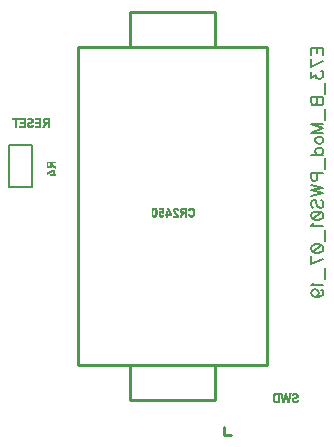
<source format=gbr>
G04 DipTrace 3.2.0.1*
G04 BottomSilk.gbr*
%MOIN*%
G04 #@! TF.FileFunction,Legend,Bot*
G04 #@! TF.Part,Single*
%ADD10C,0.009843*%
%ADD14C,0.001969*%
%ADD19C,0.007874*%
%ADD52C,0.006176*%
%FSLAX26Y26*%
G04*
G70*
G90*
G75*
G01*
G04 BotSilk*
%LPD*%
X194737Y-1019026D2*
D10*
X169966Y-1019048D1*
X169379Y-1018848D2*
X169365Y-994074D1*
X314961Y272911D2*
X-314961D1*
Y-786171D1*
X314961D1*
Y272911D1*
X141732Y390909D2*
Y272766D1*
X-141732Y390909D2*
Y272766D1*
X141732Y390909D2*
X-141732D1*
X141732Y-784577D2*
Y-902720D1*
X-141732Y-784577D2*
Y-902720D1*
X141732D2*
X-141732D1*
X-545562Y-52152D2*
D19*
X-470193D1*
Y-192785D1*
X-545562D1*
Y-52152D1*
X339609Y-879896D2*
D14*
X353388D1*
X358310D2*
X362247D1*
X374058D2*
X377010D1*
X388822D2*
X392759D1*
X402601D2*
X410475D1*
X337871Y-880880D2*
X353388D1*
X358646D2*
X362284D1*
X374020D2*
X377163D1*
X388784D2*
X392422D1*
X400871D2*
X412213D1*
X336441Y-881864D2*
X353388D1*
X358943D2*
X362410D1*
X373894D2*
X377407D1*
X388658D2*
X392129D1*
X399326D2*
X413643D1*
X335398Y-882848D2*
X353388D1*
X359164D2*
X362646D1*
X373654D2*
X377665D1*
X388422D2*
X391939D1*
X398529D2*
X414682D1*
X334636Y-883833D2*
X340790D1*
X349451D2*
X353388D1*
X359386D2*
X362903D1*
X373367D2*
X377872D1*
X388166D2*
X391808D1*
X398416D2*
X403585D1*
X409294D2*
X415410D1*
X334028Y-884817D2*
X339269D1*
X349451D2*
X353388D1*
X359665D2*
X363109D1*
X373070D2*
X378089D1*
X387959D2*
X391639D1*
X398664D2*
X400633D1*
X410815D2*
X415892D1*
X333524Y-885801D2*
X338119D1*
X349451D2*
X353388D1*
X359939D2*
X363326D1*
X372743D2*
X378367D1*
X387743D2*
X391385D1*
X411961D2*
X416161D1*
X333142Y-886785D2*
X337245D1*
X349451D2*
X353388D1*
X360152D2*
X363603D1*
X372445D2*
X378640D1*
X387465D2*
X391122D1*
X412823D2*
X416290D1*
X332915Y-887770D2*
X336941D1*
X349451D2*
X353388D1*
X360371D2*
X363876D1*
X372222D2*
X378853D1*
X387196D2*
X390913D1*
X413076D2*
X416345D1*
X332801Y-888754D2*
X336777D1*
X349451D2*
X353388D1*
X360650D2*
X364089D1*
X371998D2*
X379072D1*
X387013D2*
X390696D1*
X412934D2*
X416364D1*
X332751Y-889738D2*
X336703D1*
X349451D2*
X353388D1*
X360924D2*
X364308D1*
X371718D2*
X379351D1*
X386885D2*
X390418D1*
X412422D2*
X416334D1*
X332731Y-890722D2*
X336673D1*
X349451D2*
X353388D1*
X361137D2*
X364587D1*
X371444D2*
X374054D1*
X375837D2*
X379624D1*
X386717D2*
X390145D1*
X410981D2*
X416173D1*
X332723Y-891707D2*
X336662D1*
X349451D2*
X353388D1*
X361356D2*
X364857D1*
X371231D2*
X374019D1*
X376447D2*
X379837D1*
X386464D2*
X389932D1*
X408716D2*
X415770D1*
X332721Y-892691D2*
X336658D1*
X349451D2*
X353388D1*
X361634D2*
X365039D1*
X371012D2*
X373894D1*
X376902D2*
X380057D1*
X386201D2*
X389713D1*
X405849D2*
X415069D1*
X332720Y-893675D2*
X336657D1*
X349451D2*
X353388D1*
X361908D2*
X365167D1*
X370733D2*
X373658D1*
X377298D2*
X380335D1*
X385992D2*
X389434D1*
X403068D2*
X413970D1*
X332719Y-894659D2*
X336656D1*
X349451D2*
X353388D1*
X362121D2*
X365335D1*
X370460D2*
X373402D1*
X377623D2*
X380609D1*
X385775D2*
X389160D1*
X400885D2*
X412210D1*
X332719Y-895644D2*
X336656D1*
X349451D2*
X353388D1*
X362340D2*
X365589D1*
X370247D2*
X373196D1*
X377857D2*
X380822D1*
X385497D2*
X388947D1*
X399359D2*
X409651D1*
X332719Y-896628D2*
X336656D1*
X349451D2*
X353388D1*
X362618D2*
X365852D1*
X370027D2*
X372979D1*
X378084D2*
X381041D1*
X385227D2*
X388728D1*
X398335D2*
X406698D1*
X332719Y-897612D2*
X336656D1*
X349451D2*
X353388D1*
X362892D2*
X366060D1*
X369749D2*
X372698D1*
X378365D2*
X381327D1*
X385041D2*
X388450D1*
X397634D2*
X404076D1*
X332719Y-898596D2*
X336656D1*
X349451D2*
X353388D1*
X363105D2*
X366282D1*
X369475D2*
X372393D1*
X378640D2*
X381672D1*
X384872D2*
X388176D1*
X397170D2*
X402197D1*
X332723Y-899581D2*
X336660D1*
X349451D2*
X353388D1*
X363324D2*
X366597D1*
X369260D2*
X372090D1*
X378853D2*
X382155D1*
X384641D2*
X387963D1*
X396910D2*
X400831D1*
X332758Y-900565D2*
X336698D1*
X349451D2*
X353388D1*
X363603D2*
X367021D1*
X369013D2*
X371760D1*
X379072D2*
X382927D1*
X383863D2*
X387744D1*
X396784D2*
X400278D1*
X332887Y-901549D2*
X336866D1*
X349451D2*
X353388D1*
X363872D2*
X367551D1*
X368633D2*
X371461D1*
X379354D2*
X387466D1*
X396734D2*
X400243D1*
X333157Y-902533D2*
X337185D1*
X349451D2*
X353388D1*
X364055D2*
X371238D1*
X379659D2*
X387192D1*
X396750D2*
X400563D1*
X333539Y-903518D2*
X338104D1*
X349451D2*
X353388D1*
X364183D2*
X371014D1*
X379963D2*
X386979D1*
X396906D2*
X401386D1*
X415396D2*
X416381D1*
X333989Y-904502D2*
X340800D1*
X349451D2*
X353388D1*
X364351D2*
X370734D1*
X380292D2*
X386760D1*
X397303D2*
X403919D1*
X411997D2*
X416907D1*
X334534Y-905486D2*
X345099D1*
X349451D2*
X353388D1*
X364604D2*
X370460D1*
X380591D2*
X386481D1*
X397961D2*
X407775D1*
X407621D2*
X417587D1*
X335311Y-906470D2*
X353388D1*
X364863D2*
X370244D1*
X380818D2*
X386211D1*
X398860D2*
X418349D1*
X336467Y-907455D2*
X353388D1*
X365038D2*
X369998D1*
X381068D2*
X386032D1*
X400079D2*
X416200D1*
X337963Y-908439D2*
X353388D1*
X365136D2*
X369617D1*
X381451D2*
X385933D1*
X401707D2*
X413886D1*
X339609Y-909423D2*
X353388D1*
X365199D2*
X369136D1*
X381932D2*
X385869D1*
X403585D2*
X411459D1*
X-420827Y-107924D2*
X-391299D1*
X-420827Y-108908D2*
X-391299D1*
X-420827Y-109892D2*
X-391299D1*
X-420827Y-110877D2*
X-391299D1*
X-420827Y-111861D2*
X-417874D1*
X-408031D2*
X-404094D1*
X-420827Y-112845D2*
X-417874D1*
X-408031D2*
X-404094D1*
X-420827Y-113829D2*
X-417874D1*
X-408031D2*
X-404094D1*
X-420827Y-114814D2*
X-417874D1*
X-408031D2*
X-404091D1*
X-420827Y-115798D2*
X-417874D1*
X-408031D2*
X-404048D1*
X-420827Y-116782D2*
X-417874D1*
X-408031D2*
X-403945D1*
X-420827Y-117766D2*
X-417874D1*
X-408031D2*
X-403447D1*
X-420827Y-118751D2*
X-417870D1*
X-408035D2*
X-402272D1*
X-420827Y-119735D2*
X-417828D1*
X-408078D2*
X-400766D1*
X-420823Y-120719D2*
X-417724D1*
X-408181D2*
X-399019D1*
X-420784Y-121703D2*
X-417180D1*
X-408725D2*
X-397154D1*
X-420621Y-122688D2*
X-415495D1*
X-410410D2*
X-395299D1*
X-420221Y-123672D2*
X-412995D1*
X-412910D2*
X-404930D1*
X-402126D2*
X-393673D1*
X-419569Y-124656D2*
X-405708D1*
X-400161D2*
X-392325D1*
X-418746Y-125640D2*
X-406587D1*
X-398230D2*
X-391799D1*
X-417833Y-126625D2*
X-407720D1*
X-396414D2*
X-391513D1*
X-416890Y-127609D2*
X-409016D1*
X-394782D2*
X-391378D1*
X-393268Y-128593D2*
X-391299D1*
X-401142Y-135483D2*
X-396220D1*
X-403110Y-136467D2*
X-396220D1*
X-405079Y-137451D2*
X-396220D1*
X-407051Y-138436D2*
X-396220D1*
X-409054Y-139420D2*
X-396220D1*
X-411148Y-140404D2*
X-402278D1*
X-399173D2*
X-396220D1*
X-413349Y-141388D2*
X-404491D1*
X-399173D2*
X-396220D1*
X-415527Y-142373D2*
X-406714D1*
X-399173D2*
X-396220D1*
X-417465Y-143357D2*
X-408855D1*
X-399173D2*
X-396220D1*
X-418961Y-144341D2*
X-410915D1*
X-399173D2*
X-396220D1*
X-420090Y-145325D2*
X-412925D1*
X-399173D2*
X-396220D1*
X-420474Y-146310D2*
X-414911D1*
X-399173D2*
X-396220D1*
X-420689Y-147294D2*
X-416886D1*
X-399173D2*
X-396220D1*
X-420827Y-148278D2*
X-418858D1*
X-409016D2*
X-391299D1*
X-409016Y-149262D2*
X-391299D1*
X-409016Y-150247D2*
X-391299D1*
X-409016Y-151231D2*
X-391299D1*
X-409016Y-152215D2*
X-391299D1*
X-399173Y-153199D2*
X-396220D1*
X-399173Y-154184D2*
X-396220D1*
X-65945Y-262150D2*
X-60039D1*
X-46260D2*
X-31496D1*
X-19685D2*
X-15748D1*
X4921D2*
X11811D1*
X29528D2*
X44291D1*
X58071D2*
X63976D1*
X-67380Y-263134D2*
X-58605D1*
X-46260D2*
X-31496D1*
X-19311D2*
X-15374D1*
X3639D2*
X13212D1*
X28093D2*
X44291D1*
X56333D2*
X65865D1*
X-68608Y-264118D2*
X-57376D1*
X-46260D2*
X-31496D1*
X-18888D2*
X-14951D1*
X2650D2*
X14349D1*
X26864D2*
X44291D1*
X54900D2*
X67380D1*
X-69572Y-265102D2*
X-56413D1*
X-46260D2*
X-31496D1*
X-18431D2*
X-14494D1*
X1907D2*
X15202D1*
X25897D2*
X44291D1*
X53825D2*
X68522D1*
X-70328Y-266087D2*
X-64726D1*
X-61258D2*
X-55657D1*
X-35433D2*
X-31496D1*
X-17953D2*
X-14020D1*
X1306D2*
X7125D1*
X10481D2*
X15834D1*
X25214D2*
X30861D1*
X40354D2*
X44291D1*
X52972D2*
X59252D1*
X62795D2*
X69358D1*
X-70605Y-267071D2*
X-66121D1*
X-59863D2*
X-55342D1*
X-35433D2*
X-31496D1*
X-17467D2*
X-13565D1*
X808D2*
X5729D1*
X11792D2*
X16275D1*
X24731D2*
X29584D1*
X40354D2*
X44291D1*
X52254D2*
X57730D1*
X64320D2*
X69978D1*
X-70755Y-268055D2*
X-67194D1*
X-58790D2*
X-55066D1*
X-35433D2*
X-31496D1*
X-16977D2*
X-13169D1*
X461D2*
X4656D1*
X12833D2*
X16543D1*
X24325D2*
X28689D1*
X40354D2*
X44291D1*
X51730D2*
X56567D1*
X65505D2*
X70414D1*
X-70822Y-269039D2*
X-67567D1*
X-58417D2*
X-54762D1*
X-35437D2*
X-31496D1*
X-16486D2*
X-12820D1*
X271D2*
X4234D1*
X13780D2*
X16732D1*
X24004D2*
X28018D1*
X40354D2*
X44291D1*
X51408D2*
X55752D1*
X66375D2*
X70697D1*
X-70850Y-270024D2*
X-67767D1*
X-58217D2*
X-54482D1*
X-35474D2*
X-31496D1*
X-15994D2*
X-12438D1*
X463D2*
X4229D1*
X23838D2*
X27819D1*
X40354D2*
X44291D1*
X51181D2*
X55118D1*
X67012D2*
X70944D1*
X-70860Y-271008D2*
X-67856D1*
X-58128D2*
X-54300D1*
X-35627D2*
X-31496D1*
X-15502D2*
X-12007D1*
X717D2*
X4427D1*
X23861D2*
X27745D1*
X40354D2*
X44291D1*
X67452D2*
X71232D1*
X-70864Y-271992D2*
X-67892D1*
X-58092D2*
X-54205D1*
X-42323D2*
X-37402D1*
X-35963D2*
X-31496D1*
X-15009D2*
X-11545D1*
X1002D2*
X4776D1*
X24055D2*
X27992D1*
X40354D2*
X44291D1*
X67704D2*
X71506D1*
X-70866Y-272976D2*
X-67906D1*
X-58078D2*
X-54162D1*
X-43724D2*
X-31496D1*
X-14518D2*
X-11065D1*
X1361D2*
X5210D1*
X24327D2*
X28651D1*
X40354D2*
X44291D1*
X67826D2*
X71685D1*
X-70866Y-273961D2*
X-67911D1*
X-58073D2*
X-54144D1*
X-44861D2*
X-31496D1*
X-22638D2*
X-19685D1*
X-14029D2*
X-10578D1*
X1812D2*
X5712D1*
X24656D2*
X31244D1*
X40354D2*
X44291D1*
X67880D2*
X71780D1*
X-70866Y-274945D2*
X-67913D1*
X-58072D2*
X-54138D1*
X-45714D2*
X-31496D1*
X-22638D2*
X-19685D1*
X-13568D2*
X-10087D1*
X2365D2*
X6320D1*
X25148D2*
X35691D1*
X40354D2*
X44291D1*
X67901D2*
X71822D1*
X-70866Y-275929D2*
X-67913D1*
X-58071D2*
X-54135D1*
X-46345D2*
X-41301D1*
X-37583D2*
X-31496D1*
X-22638D2*
X-19685D1*
X-13170D2*
X-9597D1*
X2989D2*
X7045D1*
X25871D2*
X44291D1*
X67909D2*
X71840D1*
X-70866Y-276913D2*
X-67913D1*
X-58071D2*
X-54134D1*
X-46784D2*
X-42155D1*
X-35959D2*
X-31496D1*
X-22638D2*
X-19685D1*
X-12820D2*
X-9104D1*
X3621D2*
X7792D1*
X26795D2*
X44291D1*
X67912D2*
X71847D1*
X-70866Y-277898D2*
X-67913D1*
X-58071D2*
X-54134D1*
X-47035D2*
X-42865D1*
X-34449D2*
X-31496D1*
X-22638D2*
X-19685D1*
X-12438D2*
X-8613D1*
X4298D2*
X8491D1*
X27754D2*
X44291D1*
X67913D2*
X71849D1*
X-70866Y-278882D2*
X-67913D1*
X-58071D2*
X-54134D1*
X-47157D2*
X-43433D1*
X-22638D2*
X-19685D1*
X-12007D2*
X-8120D1*
X5056D2*
X9202D1*
X28596D2*
X44291D1*
X67913D2*
X71846D1*
X-70866Y-279866D2*
X-67913D1*
X-58071D2*
X-54134D1*
X-47210D2*
X-43846D1*
X-22638D2*
X-19685D1*
X-11542D2*
X-7628D1*
X5815D2*
X10003D1*
X28800D2*
X33621D1*
X40354D2*
X44291D1*
X67909D2*
X71812D1*
X-70866Y-280850D2*
X-67913D1*
X-58071D2*
X-54138D1*
X-47232D2*
X-44083D1*
X-22638D2*
X-19685D1*
X-11036D2*
X-7139D1*
X6519D2*
X10859D1*
X28529D2*
X32915D1*
X40354D2*
X44291D1*
X67875D2*
X71686D1*
X-70866Y-281835D2*
X-67913D1*
X-58071D2*
X-54172D1*
X-47240D2*
X-44168D1*
X-22638D2*
X-19685D1*
X-10467D2*
X-6683D1*
X7229D2*
X11675D1*
X28075D2*
X32315D1*
X40354D2*
X44291D1*
X67746D2*
X71451D1*
X-70866Y-282819D2*
X-67910D1*
X-58075D2*
X-54298D1*
X-47243D2*
X-44090D1*
X-22638D2*
X-19685D1*
X-9843D2*
X-6319D1*
X8000D2*
X12406D1*
X27499D2*
X31773D1*
X40354D2*
X44291D1*
X67471D2*
X71195D1*
X-70866Y-283803D2*
X-67867D1*
X-58117D2*
X-54533D1*
X-47240D2*
X-43837D1*
X-24606D2*
X-6098D1*
X8765D2*
X13127D1*
X26919D2*
X31262D1*
X40354D2*
X44291D1*
X51181D2*
X55118D1*
X67051D2*
X70988D1*
X-70862Y-284787D2*
X-67763D1*
X-58221D2*
X-54790D1*
X-47205D2*
X-43417D1*
X-34449D2*
X-31496D1*
X-24606D2*
X-5986D1*
X9471D2*
X13903D1*
X26374D2*
X30762D1*
X40354D2*
X44291D1*
X51371D2*
X55701D1*
X66430D2*
X70768D1*
X-70824Y-285772D2*
X-67219D1*
X-58765D2*
X-55000D1*
X-47076D2*
X-42877D1*
X-35097D2*
X-31652D1*
X-24606D2*
X-5935D1*
X10185D2*
X14666D1*
X25855D2*
X30268D1*
X40354D2*
X44291D1*
X51745D2*
X56477D1*
X65608D2*
X70452D1*
X-70660Y-286756D2*
X-65535D1*
X-60450D2*
X-55255D1*
X-46802D2*
X-41574D1*
X-36808D2*
X-31934D1*
X-24606D2*
X-5906D1*
X10990D2*
X15334D1*
X25352D2*
X29774D1*
X40354D2*
X44291D1*
X52278D2*
X58322D1*
X63742D2*
X70018D1*
X-70257Y-287740D2*
X-63035D1*
X-62950D2*
X-55700D1*
X-46382D2*
X-39679D1*
X-39321D2*
X-32357D1*
X-22638D2*
X-19685D1*
X11876D2*
X15885D1*
X24855D2*
X29282D1*
X40354D2*
X44291D1*
X52905D2*
X60917D1*
X61136D2*
X69433D1*
X-69567Y-288724D2*
X-56407D1*
X-45773D2*
X-32966D1*
X-22638D2*
X-19685D1*
X0D2*
X16291D1*
X24358D2*
X28792D1*
X40354D2*
X44291D1*
X53731D2*
X68612D1*
X-68592Y-289709D2*
X-57389D1*
X-44879D2*
X-33861D1*
X-22638D2*
X-19685D1*
X0D2*
X16530D1*
X23839D2*
X28326D1*
X40354D2*
X44291D1*
X54912D2*
X67442D1*
X-67343Y-290693D2*
X-58640D1*
X-43683D2*
X-35057D1*
X-22638D2*
X-19685D1*
X0D2*
X16654D1*
X23265D2*
X27916D1*
X40354D2*
X44291D1*
X56418D2*
X65838D1*
X-65945Y-291677D2*
X-60039D1*
X-42323D2*
X-36417D1*
X-22638D2*
X-19685D1*
X0D2*
X16732D1*
X22638D2*
X27559D1*
X40354D2*
X44291D1*
X58071D2*
X63976D1*
X-534787Y37290D2*
X-515102D1*
X-512150D2*
X-493449D1*
X-480654D2*
X-472780D1*
X-459984D2*
X-441283D1*
X-427504D2*
X-412740D1*
X-534787Y36306D2*
X-515102D1*
X-512150D2*
X-493449D1*
X-482383D2*
X-471042D1*
X-459984D2*
X-441283D1*
X-428939D2*
X-412740D1*
X-534787Y35322D2*
X-515102D1*
X-512150D2*
X-493449D1*
X-483928D2*
X-469612D1*
X-459984D2*
X-441283D1*
X-430167D2*
X-412740D1*
X-534787Y34337D2*
X-515102D1*
X-512150D2*
X-493449D1*
X-484726D2*
X-468573D1*
X-459984D2*
X-441283D1*
X-431134D2*
X-412740D1*
X-526913Y33353D2*
X-523961D1*
X-497386D2*
X-493449D1*
X-484838D2*
X-479669D1*
X-473961D2*
X-467845D1*
X-445220D2*
X-441283D1*
X-431817D2*
X-426170D1*
X-416677D2*
X-412740D1*
X-526913Y32369D2*
X-523961D1*
X-497386D2*
X-493449D1*
X-484591D2*
X-482622D1*
X-472440D2*
X-467363D1*
X-445220D2*
X-441283D1*
X-432301D2*
X-427448D1*
X-416677D2*
X-412740D1*
X-526913Y31385D2*
X-523961D1*
X-497386D2*
X-493449D1*
X-471293D2*
X-467094D1*
X-445220D2*
X-441283D1*
X-432707D2*
X-428343D1*
X-416677D2*
X-412740D1*
X-526913Y30400D2*
X-523961D1*
X-497386D2*
X-493449D1*
X-470431D2*
X-466965D1*
X-445220D2*
X-441283D1*
X-433028D2*
X-429014D1*
X-416677D2*
X-412740D1*
X-526913Y29416D2*
X-523961D1*
X-497386D2*
X-493449D1*
X-470178D2*
X-466909D1*
X-445220D2*
X-441283D1*
X-433194D2*
X-429212D1*
X-416677D2*
X-412740D1*
X-526913Y28432D2*
X-523961D1*
X-497386D2*
X-493449D1*
X-470321D2*
X-466891D1*
X-445220D2*
X-441283D1*
X-433170D2*
X-429286D1*
X-416677D2*
X-412740D1*
X-526913Y27448D2*
X-523961D1*
X-497386D2*
X-493449D1*
X-470833D2*
X-466921D1*
X-445220D2*
X-441283D1*
X-432976D2*
X-429040D1*
X-416677D2*
X-412740D1*
X-526913Y26463D2*
X-523961D1*
X-497386D2*
X-493449D1*
X-472274D2*
X-467082D1*
X-445220D2*
X-441283D1*
X-432704D2*
X-428380D1*
X-416677D2*
X-412740D1*
X-526913Y25479D2*
X-523961D1*
X-497386D2*
X-493449D1*
X-474538D2*
X-467484D1*
X-445220D2*
X-441283D1*
X-432376D2*
X-425787D1*
X-416677D2*
X-412740D1*
X-526913Y24495D2*
X-523961D1*
X-497386D2*
X-493449D1*
X-477406D2*
X-468186D1*
X-445220D2*
X-441283D1*
X-431884D2*
X-421340D1*
X-416677D2*
X-412740D1*
X-526913Y23510D2*
X-523961D1*
X-510181D2*
X-493449D1*
X-480186D2*
X-469285D1*
X-458016D2*
X-441283D1*
X-431160D2*
X-412740D1*
X-526913Y22526D2*
X-523961D1*
X-510181D2*
X-493449D1*
X-482370D2*
X-471045D1*
X-458016D2*
X-441283D1*
X-430236D2*
X-412740D1*
X-526913Y21542D2*
X-523961D1*
X-510181D2*
X-493449D1*
X-483896D2*
X-473604D1*
X-458016D2*
X-441283D1*
X-429278D2*
X-412740D1*
X-526913Y20558D2*
X-523961D1*
X-510181D2*
X-493449D1*
X-484920D2*
X-476557D1*
X-458016D2*
X-441283D1*
X-428435D2*
X-412740D1*
X-526913Y19573D2*
X-523961D1*
X-497386D2*
X-493449D1*
X-485620D2*
X-479179D1*
X-445220D2*
X-441283D1*
X-428232D2*
X-423411D1*
X-416677D2*
X-412740D1*
X-526913Y18589D2*
X-523961D1*
X-497386D2*
X-493449D1*
X-486085D2*
X-481058D1*
X-445220D2*
X-441283D1*
X-428503D2*
X-424117D1*
X-416677D2*
X-412740D1*
X-526913Y17605D2*
X-523961D1*
X-497386D2*
X-493449D1*
X-486345D2*
X-482424D1*
X-445220D2*
X-441283D1*
X-428957D2*
X-424717D1*
X-416677D2*
X-412740D1*
X-526913Y16621D2*
X-523961D1*
X-497386D2*
X-493449D1*
X-486470D2*
X-482976D1*
X-445220D2*
X-441283D1*
X-429533D2*
X-425258D1*
X-416677D2*
X-412740D1*
X-526913Y15636D2*
X-523961D1*
X-497386D2*
X-493449D1*
X-486521D2*
X-483012D1*
X-445220D2*
X-441283D1*
X-430113D2*
X-425769D1*
X-416677D2*
X-412740D1*
X-526913Y14652D2*
X-523961D1*
X-497386D2*
X-493449D1*
X-486504D2*
X-482691D1*
X-445220D2*
X-441283D1*
X-430657D2*
X-426270D1*
X-416677D2*
X-412740D1*
X-526913Y13668D2*
X-523961D1*
X-497386D2*
X-493449D1*
X-486348D2*
X-481868D1*
X-467858D2*
X-466874D1*
X-445220D2*
X-441283D1*
X-431177D2*
X-426764D1*
X-416677D2*
X-412740D1*
X-526913Y12684D2*
X-523961D1*
X-497386D2*
X-493449D1*
X-485952D2*
X-479336D1*
X-471258D2*
X-466348D1*
X-445220D2*
X-441283D1*
X-431680D2*
X-427258D1*
X-416677D2*
X-412740D1*
X-526913Y11699D2*
X-523961D1*
X-497386D2*
X-493449D1*
X-485293D2*
X-475479D1*
X-475633D2*
X-465668D1*
X-445220D2*
X-441283D1*
X-432177D2*
X-427749D1*
X-416677D2*
X-412740D1*
X-526913Y10715D2*
X-523961D1*
X-512150D2*
X-493449D1*
X-484395D2*
X-464906D1*
X-459984D2*
X-441283D1*
X-432673D2*
X-428239D1*
X-416677D2*
X-412740D1*
X-526913Y9731D2*
X-523961D1*
X-512150D2*
X-493449D1*
X-483176D2*
X-467055D1*
X-459984D2*
X-441283D1*
X-433192D2*
X-428705D1*
X-416677D2*
X-412740D1*
X-526913Y8747D2*
X-523961D1*
X-512150D2*
X-493449D1*
X-481547D2*
X-469369D1*
X-459984D2*
X-441283D1*
X-433767D2*
X-429115D1*
X-416677D2*
X-412740D1*
X-526913Y7762D2*
X-523961D1*
X-512150D2*
X-493449D1*
X-479669D2*
X-471795D1*
X-459984D2*
X-441283D1*
X-434394D2*
X-429472D1*
X-416677D2*
X-412740D1*
X339609Y-879896D2*
X337871Y-880880D1*
X336441Y-881864D1*
X335398Y-882848D1*
X334636Y-883833D1*
X334028Y-884817D1*
X333524Y-885801D1*
X333142Y-886785D1*
X332915Y-887770D1*
X332801Y-888754D1*
X332751Y-889738D1*
X332731Y-890722D1*
X332723Y-891707D1*
X332721Y-892691D1*
X332720Y-893675D1*
X332719Y-894659D1*
Y-895644D1*
Y-896628D1*
Y-897612D1*
Y-898596D1*
X332723Y-899581D1*
X332758Y-900565D1*
X332887Y-901549D1*
X333157Y-902533D1*
X333539Y-903518D1*
X333989Y-904502D1*
X334534Y-905486D1*
X335311Y-906470D1*
X336467Y-907455D1*
X337963Y-908439D1*
X339609Y-909423D1*
X353388Y-879896D2*
Y-880880D1*
Y-881864D1*
Y-882848D1*
Y-883833D1*
Y-884817D1*
Y-885801D1*
Y-886785D1*
Y-887770D1*
Y-888754D1*
Y-889738D1*
Y-890722D1*
Y-891707D1*
Y-892691D1*
Y-893675D1*
Y-894659D1*
Y-895644D1*
Y-896628D1*
Y-897612D1*
Y-898596D1*
Y-899581D1*
Y-900565D1*
Y-901549D1*
Y-902533D1*
Y-903518D1*
Y-904502D1*
Y-905486D1*
Y-906470D1*
Y-907455D1*
Y-908439D1*
Y-909423D1*
X358310Y-879896D2*
X358646Y-880880D1*
X358943Y-881864D1*
X359164Y-882848D1*
X359386Y-883833D1*
X359665Y-884817D1*
X359939Y-885801D1*
X360152Y-886785D1*
X360371Y-887770D1*
X360650Y-888754D1*
X360924Y-889738D1*
X361137Y-890722D1*
X361356Y-891707D1*
X361634Y-892691D1*
X361908Y-893675D1*
X362121Y-894659D1*
X362340Y-895644D1*
X362618Y-896628D1*
X362892Y-897612D1*
X363105Y-898596D1*
X363324Y-899581D1*
X363603Y-900565D1*
X363872Y-901549D1*
X364055Y-902533D1*
X364183Y-903518D1*
X364351Y-904502D1*
X364604Y-905486D1*
X364863Y-906470D1*
X365038Y-907455D1*
X365136Y-908439D1*
X365199Y-909423D1*
X362247Y-879896D2*
X362284Y-880880D1*
X362410Y-881864D1*
X362646Y-882848D1*
X362903Y-883833D1*
X363109Y-884817D1*
X363326Y-885801D1*
X363603Y-886785D1*
X363876Y-887770D1*
X364089Y-888754D1*
X364308Y-889738D1*
X364587Y-890722D1*
X364857Y-891707D1*
X365039Y-892691D1*
X365167Y-893675D1*
X365335Y-894659D1*
X365589Y-895644D1*
X365852Y-896628D1*
X366060Y-897612D1*
X366282Y-898596D1*
X366597Y-899581D1*
X367021Y-900565D1*
X367551Y-901549D1*
X368152Y-902533D1*
X374058Y-879896D2*
X374020Y-880880D1*
X373894Y-881864D1*
X373654Y-882848D1*
X373367Y-883833D1*
X373070Y-884817D1*
X372743Y-885801D1*
X372445Y-886785D1*
X372222Y-887770D1*
X371998Y-888754D1*
X371718Y-889738D1*
X371444Y-890722D1*
X371231Y-891707D1*
X371012Y-892691D1*
X370733Y-893675D1*
X370460Y-894659D1*
X370247Y-895644D1*
X370027Y-896628D1*
X369749Y-897612D1*
X369475Y-898596D1*
X369260Y-899581D1*
X369013Y-900565D1*
X368633Y-901549D1*
X368152Y-902533D1*
X377010Y-879896D2*
X377163Y-880880D1*
X377407Y-881864D1*
X377665Y-882848D1*
X377872Y-883833D1*
X378089Y-884817D1*
X378367Y-885801D1*
X378640Y-886785D1*
X378853Y-887770D1*
X379072Y-888754D1*
X379351Y-889738D1*
X379624Y-890722D1*
X379837Y-891707D1*
X380057Y-892691D1*
X380335Y-893675D1*
X380609Y-894659D1*
X380822Y-895644D1*
X381041Y-896628D1*
X381327Y-897612D1*
X381672Y-898596D1*
X382155Y-899581D1*
X382927Y-900565D1*
X383900Y-901549D1*
X388822Y-879896D2*
X388784Y-880880D1*
X388658Y-881864D1*
X388422Y-882848D1*
X388166Y-883833D1*
X387959Y-884817D1*
X387743Y-885801D1*
X387465Y-886785D1*
X387196Y-887770D1*
X387013Y-888754D1*
X386885Y-889738D1*
X386717Y-890722D1*
X386464Y-891707D1*
X386201Y-892691D1*
X385992Y-893675D1*
X385775Y-894659D1*
X385497Y-895644D1*
X385227Y-896628D1*
X385041Y-897612D1*
X384872Y-898596D1*
X384641Y-899581D1*
X383863Y-900565D1*
X382916Y-901549D1*
X392759Y-879896D2*
X392422Y-880880D1*
X392129Y-881864D1*
X391939Y-882848D1*
X391808Y-883833D1*
X391639Y-884817D1*
X391385Y-885801D1*
X391122Y-886785D1*
X390913Y-887770D1*
X390696Y-888754D1*
X390418Y-889738D1*
X390145Y-890722D1*
X389932Y-891707D1*
X389713Y-892691D1*
X389434Y-893675D1*
X389160Y-894659D1*
X388947Y-895644D1*
X388728Y-896628D1*
X388450Y-897612D1*
X388176Y-898596D1*
X387963Y-899581D1*
X387744Y-900565D1*
X387466Y-901549D1*
X387192Y-902533D1*
X386979Y-903518D1*
X386760Y-904502D1*
X386481Y-905486D1*
X386211Y-906470D1*
X386032Y-907455D1*
X385933Y-908439D1*
X385869Y-909423D1*
X402601Y-879896D2*
X400871Y-880880D1*
X399326Y-881864D1*
X398529Y-882848D1*
X398416Y-883833D1*
X398664Y-884817D1*
X410475Y-879896D2*
X412213Y-880880D1*
X413643Y-881864D1*
X414682Y-882848D1*
X415410Y-883833D1*
X415892Y-884817D1*
X416161Y-885801D1*
X416290Y-886785D1*
X416345Y-887770D1*
X416364Y-888754D1*
X416334Y-889738D1*
X416173Y-890722D1*
X415770Y-891707D1*
X415069Y-892691D1*
X413970Y-893675D1*
X412210Y-894659D1*
X409651Y-895644D1*
X406698Y-896628D1*
X404076Y-897612D1*
X402197Y-898596D1*
X400831Y-899581D1*
X400278Y-900565D1*
X400243Y-901549D1*
X400563Y-902533D1*
X401386Y-903518D1*
X403919Y-904502D1*
X407775Y-905486D1*
X412444Y-906470D1*
X342562Y-882848D2*
X340790Y-883833D1*
X339269Y-884817D1*
X338119Y-885801D1*
X337245Y-886785D1*
X336941Y-887770D1*
X336777Y-888754D1*
X336703Y-889738D1*
X336673Y-890722D1*
X336662Y-891707D1*
X336658Y-892691D1*
X336657Y-893675D1*
X336656Y-894659D1*
Y-895644D1*
Y-896628D1*
Y-897612D1*
Y-898596D1*
X336660Y-899581D1*
X336698Y-900565D1*
X336866Y-901549D1*
X337185Y-902533D1*
X338104Y-903518D1*
X340800Y-904502D1*
X345099Y-905486D1*
X350436Y-906470D1*
X349451Y-882848D2*
Y-883833D1*
Y-884817D1*
Y-885801D1*
Y-886785D1*
Y-887770D1*
Y-888754D1*
Y-889738D1*
Y-890722D1*
Y-891707D1*
Y-892691D1*
Y-893675D1*
Y-894659D1*
Y-895644D1*
Y-896628D1*
Y-897612D1*
Y-898596D1*
Y-899581D1*
Y-900565D1*
Y-901549D1*
Y-902533D1*
Y-903518D1*
Y-904502D1*
Y-905486D1*
X341577Y-906470D1*
X406538Y-882848D2*
X403585Y-883833D1*
X400633Y-884817D1*
X407522Y-882848D2*
X409294Y-883833D1*
X410815Y-884817D1*
X411961Y-885801D1*
X412823Y-886785D1*
X413076Y-887770D1*
X412934Y-888754D1*
X412422Y-889738D1*
X410981Y-890722D1*
X408716Y-891707D1*
X405849Y-892691D1*
X403068Y-893675D1*
X400885Y-894659D1*
X399359Y-895644D1*
X398335Y-896628D1*
X397634Y-897612D1*
X397170Y-898596D1*
X396910Y-899581D1*
X396784Y-900565D1*
X396734Y-901549D1*
X396750Y-902533D1*
X396906Y-903518D1*
X397303Y-904502D1*
X397961Y-905486D1*
X398860Y-906470D1*
X400079Y-907455D1*
X401707Y-908439D1*
X403585Y-909423D1*
X374058Y-889738D2*
X374054Y-890722D1*
X374019Y-891707D1*
X373894Y-892691D1*
X373658Y-893675D1*
X373402Y-894659D1*
X373196Y-895644D1*
X372979Y-896628D1*
X372698Y-897612D1*
X372393Y-898596D1*
X372090Y-899581D1*
X371760Y-900565D1*
X371461Y-901549D1*
X371238Y-902533D1*
X371014Y-903518D1*
X370734Y-904502D1*
X370460Y-905486D1*
X370244Y-906470D1*
X369998Y-907455D1*
X369617Y-908439D1*
X369136Y-909423D1*
X375042Y-889738D2*
X375837Y-890722D1*
X376447Y-891707D1*
X376902Y-892691D1*
X377298Y-893675D1*
X377623Y-894659D1*
X377857Y-895644D1*
X378084Y-896628D1*
X378365Y-897612D1*
X378640Y-898596D1*
X378853Y-899581D1*
X379072Y-900565D1*
X379354Y-901549D1*
X379659Y-902533D1*
X379963Y-903518D1*
X380292Y-904502D1*
X380591Y-905486D1*
X380818Y-906470D1*
X381068Y-907455D1*
X381451Y-908439D1*
X381932Y-909423D1*
X415396Y-903518D2*
X411997Y-904502D1*
X407621Y-905486D1*
X402601Y-906470D1*
X416381Y-903518D2*
X416907Y-904502D1*
X417587Y-905486D1*
X418349Y-906470D1*
X416200Y-907455D1*
X413886Y-908439D1*
X411459Y-909423D1*
X-420827Y-107924D2*
Y-108908D1*
Y-109892D1*
Y-110877D1*
Y-111861D1*
Y-112845D1*
Y-113829D1*
Y-114814D1*
Y-115798D1*
Y-116782D1*
Y-117766D1*
Y-118751D1*
Y-119735D1*
X-420823Y-120719D1*
X-420784Y-121703D1*
X-420621Y-122688D1*
X-420221Y-123672D1*
X-419569Y-124656D1*
X-418746Y-125640D1*
X-417833Y-126625D1*
X-416890Y-127609D1*
X-391299Y-107924D2*
Y-108908D1*
Y-109892D1*
Y-110877D1*
X-417874D2*
Y-111861D1*
Y-112845D1*
Y-113829D1*
Y-114814D1*
Y-115798D1*
Y-116782D1*
Y-117766D1*
X-417870Y-118751D1*
X-417828Y-119735D1*
X-417724Y-120719D1*
X-417180Y-121703D1*
X-415495Y-122688D1*
X-412995Y-123672D1*
X-410000Y-124656D1*
X-408031Y-110877D2*
Y-111861D1*
Y-112845D1*
Y-113829D1*
Y-114814D1*
Y-115798D1*
Y-116782D1*
Y-117766D1*
X-408035Y-118751D1*
X-408078Y-119735D1*
X-408181Y-120719D1*
X-408725Y-121703D1*
X-410410Y-122688D1*
X-412910Y-123672D1*
X-415906Y-124656D1*
X-404094Y-110877D2*
Y-111861D1*
Y-112845D1*
Y-113829D1*
X-404091Y-114814D1*
X-404048Y-115798D1*
X-403945Y-116782D1*
X-403447Y-117766D1*
X-402272Y-118751D1*
X-400766Y-119735D1*
X-399019Y-120719D1*
X-397154Y-121703D1*
X-395299Y-122688D1*
X-393673Y-123672D1*
X-392325Y-124656D1*
X-391799Y-125640D1*
X-391513Y-126625D1*
X-391378Y-127609D1*
X-391299Y-128593D1*
X-404094Y-122688D2*
X-404930Y-123672D1*
X-405708Y-124656D1*
X-406587Y-125640D1*
X-407720Y-126625D1*
X-409016Y-127609D1*
X-404094Y-122688D2*
X-402126Y-123672D1*
X-400161Y-124656D1*
X-398230Y-125640D1*
X-396414Y-126625D1*
X-394782Y-127609D1*
X-393268Y-128593D1*
X-401142Y-135483D2*
X-403110Y-136467D1*
X-405079Y-137451D1*
X-407051Y-138436D1*
X-409054Y-139420D1*
X-411148Y-140404D1*
X-413349Y-141388D1*
X-415527Y-142373D1*
X-417465Y-143357D1*
X-418961Y-144341D1*
X-420090Y-145325D1*
X-420474Y-146310D1*
X-420689Y-147294D1*
X-420827Y-148278D1*
X-396220Y-135483D2*
Y-136467D1*
Y-137451D1*
Y-138436D1*
Y-139420D1*
Y-140404D1*
Y-141388D1*
Y-142373D1*
Y-143357D1*
Y-144341D1*
Y-145325D1*
Y-146310D1*
Y-147294D1*
Y-148278D1*
X-391299D1*
Y-149262D1*
Y-150247D1*
Y-151231D1*
Y-152215D1*
Y-153199D1*
X-396220D1*
Y-154184D1*
X-400157Y-139420D2*
X-402278Y-140404D1*
X-404491Y-141388D1*
X-406714Y-142373D1*
X-408855Y-143357D1*
X-410915Y-144341D1*
X-412925Y-145325D1*
X-414911Y-146310D1*
X-416886Y-147294D1*
X-418858Y-148278D1*
X-399173Y-139420D2*
Y-140404D1*
Y-141388D1*
Y-142373D1*
Y-143357D1*
Y-144341D1*
Y-145325D1*
Y-146310D1*
Y-147294D1*
Y-148278D1*
X-409016D1*
Y-149262D1*
Y-150247D1*
Y-151231D1*
Y-152215D1*
Y-153199D1*
X-399173D1*
Y-154184D1*
X-65945Y-262150D2*
X-67380Y-263134D1*
X-68608Y-264118D1*
X-69572Y-265102D1*
X-70328Y-266087D1*
X-70605Y-267071D1*
X-70755Y-268055D1*
X-70822Y-269039D1*
X-70850Y-270024D1*
X-70860Y-271008D1*
X-70864Y-271992D1*
X-70866Y-272976D1*
Y-273961D1*
Y-274945D1*
Y-275929D1*
Y-276913D1*
Y-277898D1*
Y-278882D1*
Y-279866D1*
Y-280850D1*
Y-281835D1*
Y-282819D1*
Y-283803D1*
X-70862Y-284787D1*
X-70824Y-285772D1*
X-70660Y-286756D1*
X-70257Y-287740D1*
X-69567Y-288724D1*
X-68592Y-289709D1*
X-67343Y-290693D1*
X-65945Y-291677D1*
X-60039Y-262150D2*
X-58605Y-263134D1*
X-57376Y-264118D1*
X-56413Y-265102D1*
X-55657Y-266087D1*
X-55342Y-267071D1*
X-55066Y-268055D1*
X-54762Y-269039D1*
X-54482Y-270024D1*
X-54300Y-271008D1*
X-54205Y-271992D1*
X-54162Y-272976D1*
X-54144Y-273961D1*
X-54138Y-274945D1*
X-54135Y-275929D1*
X-54134Y-276913D1*
Y-277898D1*
Y-278882D1*
Y-279866D1*
X-54138Y-280850D1*
X-54172Y-281835D1*
X-54298Y-282819D1*
X-54533Y-283803D1*
X-54790Y-284787D1*
X-55000Y-285772D1*
X-55255Y-286756D1*
X-55700Y-287740D1*
X-56407Y-288724D1*
X-57389Y-289709D1*
X-58640Y-290693D1*
X-60039Y-291677D1*
X-46260Y-262150D2*
Y-263134D1*
Y-264118D1*
Y-265102D1*
Y-266087D1*
X-35433D1*
Y-267071D1*
Y-268055D1*
X-35437Y-269039D1*
X-35474Y-270024D1*
X-35627Y-271008D1*
X-35963Y-271992D1*
X-36417Y-272976D1*
X-31496Y-262150D2*
Y-263134D1*
Y-264118D1*
Y-265102D1*
Y-266087D1*
Y-267071D1*
Y-268055D1*
Y-269039D1*
Y-270024D1*
Y-271008D1*
Y-271992D1*
Y-272976D1*
Y-273961D1*
Y-274945D1*
Y-275929D1*
Y-276913D1*
Y-277898D1*
X-19685Y-262150D2*
X-19311Y-263134D1*
X-18888Y-264118D1*
X-18431Y-265102D1*
X-17953Y-266087D1*
X-17467Y-267071D1*
X-16977Y-268055D1*
X-16486Y-269039D1*
X-15994Y-270024D1*
X-15502Y-271008D1*
X-15009Y-271992D1*
X-14518Y-272976D1*
X-14029Y-273961D1*
X-13568Y-274945D1*
X-13170Y-275929D1*
X-12820Y-276913D1*
X-12438Y-277898D1*
X-12007Y-278882D1*
X-11542Y-279866D1*
X-11036Y-280850D1*
X-10467Y-281835D1*
X-9843Y-282819D1*
X-17717Y-283803D1*
X-15748Y-262150D2*
X-15374Y-263134D1*
X-14951Y-264118D1*
X-14494Y-265102D1*
X-14020Y-266087D1*
X-13565Y-267071D1*
X-13169Y-268055D1*
X-12820Y-269039D1*
X-12438Y-270024D1*
X-12007Y-271008D1*
X-11545Y-271992D1*
X-11065Y-272976D1*
X-10578Y-273961D1*
X-10087Y-274945D1*
X-9597Y-275929D1*
X-9104Y-276913D1*
X-8613Y-277898D1*
X-8120Y-278882D1*
X-7628Y-279866D1*
X-7139Y-280850D1*
X-6683Y-281835D1*
X-6319Y-282819D1*
X-6098Y-283803D1*
X-5986Y-284787D1*
X-5935Y-285772D1*
X-5906Y-286756D1*
X4921Y-262150D2*
X3639Y-263134D1*
X2650Y-264118D1*
X1907Y-265102D1*
X1306Y-266087D1*
X808Y-267071D1*
X461Y-268055D1*
X271Y-269039D1*
X463Y-270024D1*
X717Y-271008D1*
X1002Y-271992D1*
X1361Y-272976D1*
X1812Y-273961D1*
X2365Y-274945D1*
X2989Y-275929D1*
X3621Y-276913D1*
X4298Y-277898D1*
X5056Y-278882D1*
X5815Y-279866D1*
X6519Y-280850D1*
X7229Y-281835D1*
X8000Y-282819D1*
X8765Y-283803D1*
X9471Y-284787D1*
X10185Y-285772D1*
X10990Y-286756D1*
X11876Y-287740D1*
X12795Y-288724D1*
X11811Y-262150D2*
X13212Y-263134D1*
X14349Y-264118D1*
X15202Y-265102D1*
X15834Y-266087D1*
X16275Y-267071D1*
X16543Y-268055D1*
X16732Y-269039D1*
X29528Y-262150D2*
X28093Y-263134D1*
X26864Y-264118D1*
X25897Y-265102D1*
X25214Y-266087D1*
X24731Y-267071D1*
X24325Y-268055D1*
X24004Y-269039D1*
X23838Y-270024D1*
X23861Y-271008D1*
X24055Y-271992D1*
X24327Y-272976D1*
X24656Y-273961D1*
X25148Y-274945D1*
X25871Y-275929D1*
X26795Y-276913D1*
X27754Y-277898D1*
X28596Y-278882D1*
X28800Y-279866D1*
X28529Y-280850D1*
X28075Y-281835D1*
X27499Y-282819D1*
X26919Y-283803D1*
X26374Y-284787D1*
X25855Y-285772D1*
X25352Y-286756D1*
X24855Y-287740D1*
X24358Y-288724D1*
X23839Y-289709D1*
X23265Y-290693D1*
X22638Y-291677D1*
X44291Y-262150D2*
Y-263134D1*
Y-264118D1*
Y-265102D1*
Y-266087D1*
Y-267071D1*
Y-268055D1*
Y-269039D1*
Y-270024D1*
Y-271008D1*
Y-271992D1*
Y-272976D1*
Y-273961D1*
Y-274945D1*
Y-275929D1*
Y-276913D1*
Y-277898D1*
Y-278882D1*
Y-279866D1*
Y-280850D1*
Y-281835D1*
Y-282819D1*
Y-283803D1*
Y-284787D1*
Y-285772D1*
Y-286756D1*
Y-287740D1*
Y-288724D1*
Y-289709D1*
Y-290693D1*
Y-291677D1*
X58071Y-262150D2*
X56333Y-263134D1*
X54900Y-264118D1*
X53825Y-265102D1*
X52972Y-266087D1*
X52254Y-267071D1*
X51730Y-268055D1*
X51408Y-269039D1*
X51181Y-270024D1*
X63976Y-262150D2*
X65865Y-263134D1*
X67380Y-264118D1*
X68522Y-265102D1*
X69358Y-266087D1*
X69978Y-267071D1*
X70414Y-268055D1*
X70697Y-269039D1*
X70944Y-270024D1*
X71232Y-271008D1*
X71506Y-271992D1*
X71685Y-272976D1*
X71780Y-273961D1*
X71822Y-274945D1*
X71840Y-275929D1*
X71847Y-276913D1*
X71849Y-277898D1*
X71846Y-278882D1*
X71812Y-279866D1*
X71686Y-280850D1*
X71451Y-281835D1*
X71195Y-282819D1*
X70988Y-283803D1*
X70768Y-284787D1*
X70452Y-285772D1*
X70018Y-286756D1*
X69433Y-287740D1*
X68612Y-288724D1*
X67442Y-289709D1*
X65838Y-290693D1*
X63976Y-291677D1*
X-62992Y-265102D2*
X-64726Y-266087D1*
X-66121Y-267071D1*
X-67194Y-268055D1*
X-67567Y-269039D1*
X-67767Y-270024D1*
X-67856Y-271008D1*
X-67892Y-271992D1*
X-67906Y-272976D1*
X-67911Y-273961D1*
X-67913Y-274945D1*
Y-275929D1*
Y-276913D1*
Y-277898D1*
Y-278882D1*
Y-279866D1*
Y-280850D1*
Y-281835D1*
X-67910Y-282819D1*
X-67867Y-283803D1*
X-67763Y-284787D1*
X-67219Y-285772D1*
X-65535Y-286756D1*
X-63035Y-287740D1*
X-60039Y-288724D1*
X-62992Y-265102D2*
X-61258Y-266087D1*
X-59863Y-267071D1*
X-58790Y-268055D1*
X-58417Y-269039D1*
X-58217Y-270024D1*
X-58128Y-271008D1*
X-58092Y-271992D1*
X-58078Y-272976D1*
X-58073Y-273961D1*
X-58072Y-274945D1*
X-58071Y-275929D1*
Y-276913D1*
Y-277898D1*
Y-278882D1*
Y-279866D1*
Y-280850D1*
Y-281835D1*
X-58075Y-282819D1*
X-58117Y-283803D1*
X-58221Y-284787D1*
X-58765Y-285772D1*
X-60450Y-286756D1*
X-62950Y-287740D1*
X-65945Y-288724D1*
X8858Y-265102D2*
X7125Y-266087D1*
X5729Y-267071D1*
X4656Y-268055D1*
X4234Y-269039D1*
X4229Y-270024D1*
X4427Y-271008D1*
X4776Y-271992D1*
X5210Y-272976D1*
X5712Y-273961D1*
X6320Y-274945D1*
X7045Y-275929D1*
X7792Y-276913D1*
X8491Y-277898D1*
X9202Y-278882D1*
X10003Y-279866D1*
X10859Y-280850D1*
X11675Y-281835D1*
X12406Y-282819D1*
X13127Y-283803D1*
X13903Y-284787D1*
X14666Y-285772D1*
X15334Y-286756D1*
X15885Y-287740D1*
X16291Y-288724D1*
X16530Y-289709D1*
X16654Y-290693D1*
X16732Y-291677D1*
X8858Y-265102D2*
X10481Y-266087D1*
X11792Y-267071D1*
X12833Y-268055D1*
X13780Y-269039D1*
X32480Y-265102D2*
X30861Y-266087D1*
X29584Y-267071D1*
X28689Y-268055D1*
X28018Y-269039D1*
X27819Y-270024D1*
X27745Y-271008D1*
X27992Y-271992D1*
X28651Y-272976D1*
X31244Y-273961D1*
X35691Y-274945D1*
X41339Y-275929D1*
X40354Y-265102D2*
Y-266087D1*
Y-267071D1*
Y-268055D1*
Y-269039D1*
Y-270024D1*
Y-271008D1*
Y-271992D1*
Y-272976D1*
Y-273961D1*
Y-274945D1*
X31496Y-275929D1*
X61024Y-265102D2*
X59252Y-266087D1*
X57730Y-267071D1*
X56567Y-268055D1*
X55752Y-269039D1*
X55118Y-270024D1*
X61024Y-265102D2*
X62795Y-266087D1*
X64320Y-267071D1*
X65505Y-268055D1*
X66375Y-269039D1*
X67012Y-270024D1*
X67452Y-271008D1*
X67704Y-271992D1*
X67826Y-272976D1*
X67880Y-273961D1*
X67901Y-274945D1*
X67909Y-275929D1*
X67912Y-276913D1*
X67913Y-277898D1*
Y-278882D1*
X67909Y-279866D1*
X67875Y-280850D1*
X67746Y-281835D1*
X67471Y-282819D1*
X67051Y-283803D1*
X66430Y-284787D1*
X65608Y-285772D1*
X63742Y-286756D1*
X61136Y-287740D1*
X58071Y-288724D1*
X-42323Y-271992D2*
X-43724Y-272976D1*
X-44861Y-273961D1*
X-45714Y-274945D1*
X-46345Y-275929D1*
X-46784Y-276913D1*
X-47035Y-277898D1*
X-47157Y-278882D1*
X-47210Y-279866D1*
X-47232Y-280850D1*
X-47240Y-281835D1*
X-47243Y-282819D1*
X-47240Y-283803D1*
X-47205Y-284787D1*
X-47076Y-285772D1*
X-46802Y-286756D1*
X-46382Y-287740D1*
X-45773Y-288724D1*
X-44879Y-289709D1*
X-43683Y-290693D1*
X-42323Y-291677D1*
X-37402Y-271992D2*
X-36417Y-272976D1*
X-22638Y-273961D2*
Y-274945D1*
Y-275929D1*
Y-276913D1*
Y-277898D1*
Y-278882D1*
Y-279866D1*
Y-280850D1*
Y-281835D1*
Y-282819D1*
Y-283803D1*
X-24606D1*
Y-284787D1*
Y-285772D1*
Y-286756D1*
Y-287740D1*
X-22638D1*
Y-288724D1*
Y-289709D1*
Y-290693D1*
Y-291677D1*
X-19685Y-273961D2*
Y-274945D1*
Y-275929D1*
Y-276913D1*
Y-277898D1*
Y-278882D1*
Y-279866D1*
Y-280850D1*
Y-281835D1*
Y-282819D1*
X-10827Y-283803D1*
X-40354Y-274945D2*
X-41301Y-275929D1*
X-42155Y-276913D1*
X-42865Y-277898D1*
X-43433Y-278882D1*
X-43846Y-279866D1*
X-44083Y-280850D1*
X-44168Y-281835D1*
X-44090Y-282819D1*
X-43837Y-283803D1*
X-43417Y-284787D1*
X-42877Y-285772D1*
X-41574Y-286756D1*
X-39679Y-287740D1*
X-37402Y-288724D1*
X-39370Y-274945D2*
X-37583Y-275929D1*
X-35959Y-276913D1*
X-34449Y-277898D1*
X34449Y-278882D2*
X33621Y-279866D1*
X32915Y-280850D1*
X32315Y-281835D1*
X31773Y-282819D1*
X31262Y-283803D1*
X30762Y-284787D1*
X30268Y-285772D1*
X29774Y-286756D1*
X29282Y-287740D1*
X28792Y-288724D1*
X28326Y-289709D1*
X27916Y-290693D1*
X27559Y-291677D1*
X40354Y-278882D2*
Y-279866D1*
Y-280850D1*
Y-281835D1*
Y-282819D1*
Y-283803D1*
Y-284787D1*
Y-285772D1*
Y-286756D1*
Y-287740D1*
Y-288724D1*
Y-289709D1*
Y-290693D1*
Y-291677D1*
X51181Y-283803D2*
X51371Y-284787D1*
X51745Y-285772D1*
X52278Y-286756D1*
X52905Y-287740D1*
X53731Y-288724D1*
X54912Y-289709D1*
X56418Y-290693D1*
X58071Y-291677D1*
X55118Y-283803D2*
X55701Y-284787D1*
X56477Y-285772D1*
X58322Y-286756D1*
X60917Y-287740D1*
X63976Y-288724D1*
X-34449Y-284787D2*
X-35097Y-285772D1*
X-36808Y-286756D1*
X-39321Y-287740D1*
X-42323Y-288724D1*
X-31496Y-284787D2*
X-31652Y-285772D1*
X-31934Y-286756D1*
X-32357Y-287740D1*
X-32966Y-288724D1*
X-33861Y-289709D1*
X-35057Y-290693D1*
X-36417Y-291677D1*
X-19685Y-286756D2*
Y-287740D1*
Y-288724D1*
Y-289709D1*
Y-290693D1*
Y-291677D1*
X0Y-288724D2*
Y-289709D1*
Y-290693D1*
Y-291677D1*
X-534787Y37290D2*
Y36306D1*
Y35322D1*
Y34337D1*
Y33353D1*
X-526913D1*
Y32369D1*
Y31385D1*
Y30400D1*
Y29416D1*
Y28432D1*
Y27448D1*
Y26463D1*
Y25479D1*
Y24495D1*
Y23510D1*
Y22526D1*
Y21542D1*
Y20558D1*
Y19573D1*
Y18589D1*
Y17605D1*
Y16621D1*
Y15636D1*
Y14652D1*
Y13668D1*
Y12684D1*
Y11699D1*
Y10715D1*
Y9731D1*
Y8747D1*
Y7762D1*
X-515102Y37290D2*
Y36306D1*
Y35322D1*
Y34337D1*
Y33353D1*
X-523961D1*
Y32369D1*
Y31385D1*
Y30400D1*
Y29416D1*
Y28432D1*
Y27448D1*
Y26463D1*
Y25479D1*
Y24495D1*
Y23510D1*
Y22526D1*
Y21542D1*
Y20558D1*
Y19573D1*
Y18589D1*
Y17605D1*
Y16621D1*
Y15636D1*
Y14652D1*
Y13668D1*
Y12684D1*
Y11699D1*
Y10715D1*
Y9731D1*
Y8747D1*
Y7762D1*
X-512150Y37290D2*
Y36306D1*
Y35322D1*
Y34337D1*
X-493449Y37290D2*
Y36306D1*
Y35322D1*
Y34337D1*
Y33353D1*
Y32369D1*
Y31385D1*
Y30400D1*
Y29416D1*
Y28432D1*
Y27448D1*
Y26463D1*
Y25479D1*
Y24495D1*
Y23510D1*
Y22526D1*
Y21542D1*
Y20558D1*
Y19573D1*
Y18589D1*
Y17605D1*
Y16621D1*
Y15636D1*
Y14652D1*
Y13668D1*
Y12684D1*
Y11699D1*
Y10715D1*
Y9731D1*
Y8747D1*
Y7762D1*
X-480654Y37290D2*
X-482383Y36306D1*
X-483928Y35322D1*
X-484726Y34337D1*
X-484838Y33353D1*
X-484591Y32369D1*
X-472780Y37290D2*
X-471042Y36306D1*
X-469612Y35322D1*
X-468573Y34337D1*
X-467845Y33353D1*
X-467363Y32369D1*
X-467094Y31385D1*
X-466965Y30400D1*
X-466909Y29416D1*
X-466891Y28432D1*
X-466921Y27448D1*
X-467082Y26463D1*
X-467484Y25479D1*
X-468186Y24495D1*
X-469285Y23510D1*
X-471045Y22526D1*
X-473604Y21542D1*
X-476557Y20558D1*
X-479179Y19573D1*
X-481058Y18589D1*
X-482424Y17605D1*
X-482976Y16621D1*
X-483012Y15636D1*
X-482691Y14652D1*
X-481868Y13668D1*
X-479336Y12684D1*
X-475479Y11699D1*
X-470811Y10715D1*
X-459984Y37290D2*
Y36306D1*
Y35322D1*
Y34337D1*
X-441283Y37290D2*
Y36306D1*
Y35322D1*
Y34337D1*
Y33353D1*
Y32369D1*
Y31385D1*
Y30400D1*
Y29416D1*
Y28432D1*
Y27448D1*
Y26463D1*
Y25479D1*
Y24495D1*
Y23510D1*
Y22526D1*
Y21542D1*
Y20558D1*
Y19573D1*
Y18589D1*
Y17605D1*
Y16621D1*
Y15636D1*
Y14652D1*
Y13668D1*
Y12684D1*
Y11699D1*
Y10715D1*
Y9731D1*
Y8747D1*
Y7762D1*
X-427504Y37290D2*
X-428939Y36306D1*
X-430167Y35322D1*
X-431134Y34337D1*
X-431817Y33353D1*
X-432301Y32369D1*
X-432707Y31385D1*
X-433028Y30400D1*
X-433194Y29416D1*
X-433170Y28432D1*
X-432976Y27448D1*
X-432704Y26463D1*
X-432376Y25479D1*
X-431884Y24495D1*
X-431160Y23510D1*
X-430236Y22526D1*
X-429278Y21542D1*
X-428435Y20558D1*
X-428232Y19573D1*
X-428503Y18589D1*
X-428957Y17605D1*
X-429533Y16621D1*
X-430113Y15636D1*
X-430657Y14652D1*
X-431177Y13668D1*
X-431680Y12684D1*
X-432177Y11699D1*
X-432673Y10715D1*
X-433192Y9731D1*
X-433767Y8747D1*
X-434394Y7762D1*
X-412740Y37290D2*
Y36306D1*
Y35322D1*
Y34337D1*
Y33353D1*
Y32369D1*
Y31385D1*
Y30400D1*
Y29416D1*
Y28432D1*
Y27448D1*
Y26463D1*
Y25479D1*
Y24495D1*
Y23510D1*
Y22526D1*
Y21542D1*
Y20558D1*
Y19573D1*
Y18589D1*
Y17605D1*
Y16621D1*
Y15636D1*
Y14652D1*
Y13668D1*
Y12684D1*
Y11699D1*
Y10715D1*
Y9731D1*
Y8747D1*
Y7762D1*
X-497386Y34337D2*
Y33353D1*
Y32369D1*
Y31385D1*
Y30400D1*
Y29416D1*
Y28432D1*
Y27448D1*
Y26463D1*
Y25479D1*
Y24495D1*
Y23510D1*
X-476717Y34337D2*
X-479669Y33353D1*
X-482622Y32369D1*
X-475732Y34337D2*
X-473961Y33353D1*
X-472440Y32369D1*
X-471293Y31385D1*
X-470431Y30400D1*
X-470178Y29416D1*
X-470321Y28432D1*
X-470833Y27448D1*
X-472274Y26463D1*
X-474538Y25479D1*
X-477406Y24495D1*
X-480186Y23510D1*
X-482370Y22526D1*
X-483896Y21542D1*
X-484920Y20558D1*
X-485620Y19573D1*
X-486085Y18589D1*
X-486345Y17605D1*
X-486470Y16621D1*
X-486521Y15636D1*
X-486504Y14652D1*
X-486348Y13668D1*
X-485952Y12684D1*
X-485293Y11699D1*
X-484395Y10715D1*
X-483176Y9731D1*
X-481547Y8747D1*
X-479669Y7762D1*
X-445220Y34337D2*
Y33353D1*
Y32369D1*
Y31385D1*
Y30400D1*
Y29416D1*
Y28432D1*
Y27448D1*
Y26463D1*
Y25479D1*
Y24495D1*
Y23510D1*
X-424551Y34337D2*
X-426170Y33353D1*
X-427448Y32369D1*
X-428343Y31385D1*
X-429014Y30400D1*
X-429212Y29416D1*
X-429286Y28432D1*
X-429040Y27448D1*
X-428380Y26463D1*
X-425787Y25479D1*
X-421340Y24495D1*
X-415693Y23510D1*
X-416677Y34337D2*
Y33353D1*
Y32369D1*
Y31385D1*
Y30400D1*
Y29416D1*
Y28432D1*
Y27448D1*
Y26463D1*
Y25479D1*
Y24495D1*
X-425535Y23510D1*
X-510181D2*
Y22526D1*
Y21542D1*
Y20558D1*
X-458016Y23510D2*
Y22526D1*
Y21542D1*
Y20558D1*
X-497386D2*
Y19573D1*
Y18589D1*
Y17605D1*
Y16621D1*
Y15636D1*
Y14652D1*
Y13668D1*
Y12684D1*
Y11699D1*
Y10715D1*
X-445220Y20558D2*
Y19573D1*
Y18589D1*
Y17605D1*
Y16621D1*
Y15636D1*
Y14652D1*
Y13668D1*
Y12684D1*
Y11699D1*
Y10715D1*
X-422583Y20558D2*
X-423411Y19573D1*
X-424117Y18589D1*
X-424717Y17605D1*
X-425258Y16621D1*
X-425769Y15636D1*
X-426270Y14652D1*
X-426764Y13668D1*
X-427258Y12684D1*
X-427749Y11699D1*
X-428239Y10715D1*
X-428705Y9731D1*
X-429115Y8747D1*
X-429472Y7762D1*
X-416677Y20558D2*
Y19573D1*
Y18589D1*
Y17605D1*
Y16621D1*
Y15636D1*
Y14652D1*
Y13668D1*
Y12684D1*
Y11699D1*
Y10715D1*
Y9731D1*
Y8747D1*
Y7762D1*
X-467858Y13668D2*
X-471258Y12684D1*
X-475633Y11699D1*
X-480654Y10715D1*
X-466874Y13668D2*
X-466348Y12684D1*
X-465668Y11699D1*
X-464906Y10715D1*
X-467055Y9731D1*
X-469369Y8747D1*
X-471795Y7762D1*
X-512150Y10715D2*
Y9731D1*
Y8747D1*
Y7762D1*
X-459984Y10715D2*
Y9731D1*
Y8747D1*
Y7762D1*
X460778Y245622D2*
D52*
Y270471D1*
X500970D1*
Y245622D1*
X479924Y270471D2*
Y255172D1*
X500970Y225621D2*
X460822Y206476D1*
Y233270D1*
Y190278D2*
Y169275D1*
X476121Y180727D1*
Y174979D1*
X478022Y171176D1*
X479924Y169275D1*
X485672Y167330D1*
X489474D1*
X495222Y169275D1*
X499069Y173078D1*
X500970Y178826D1*
Y184574D1*
X499069Y190278D1*
X497123Y192179D1*
X493321Y194124D1*
X507603Y154978D2*
Y118633D1*
X460778Y106282D2*
X500970D1*
Y89038D1*
X499025Y83290D1*
X497123Y81388D1*
X493321Y79487D1*
X487573D1*
X483726Y81388D1*
X481825Y83290D1*
X479924Y89038D1*
X477978Y83290D1*
X476077Y81388D1*
X472274Y79487D1*
X468428D1*
X464625Y81388D1*
X462680Y83290D1*
X460778Y89038D1*
Y106282D1*
X479924D2*
Y89038D1*
X507603Y67136D2*
Y30790D1*
X500970Y-12158D2*
X460778D1*
X500970Y3140D1*
X460778Y18439D1*
X500970D1*
X474176Y-34060D2*
X476077Y-30258D1*
X479924Y-26411D1*
X485672Y-24510D1*
X489474D1*
X495222Y-26411D1*
X499025Y-30258D1*
X500970Y-34060D1*
Y-39808D1*
X499025Y-43655D1*
X495222Y-47458D1*
X489474Y-49403D1*
X485672D1*
X479924Y-47458D1*
X476077Y-43655D1*
X474176Y-39808D1*
Y-34060D1*
X460778Y-84702D2*
X500970D1*
X479924D2*
X476077Y-80900D1*
X474176Y-77053D1*
Y-71305D1*
X476077Y-67502D1*
X479924Y-63656D1*
X485672Y-61754D1*
X489474D1*
X495222Y-63656D1*
X499025Y-67502D1*
X500970Y-71305D1*
Y-77053D1*
X499025Y-80900D1*
X495222Y-84702D1*
X507603Y-97054D2*
Y-133399D1*
X481825Y-145750D2*
Y-162994D1*
X479924Y-168698D1*
X477978Y-170644D1*
X474176Y-172545D1*
X468428D1*
X464625Y-170644D1*
X462680Y-168698D1*
X460778Y-162994D1*
Y-145750D1*
X500970D1*
X460778Y-184896D2*
X500970Y-194491D1*
X460778Y-204042D1*
X500970Y-213592D1*
X460778Y-223187D1*
X466526Y-262333D2*
X462680Y-258531D1*
X460778Y-252783D1*
Y-245133D1*
X462680Y-239385D1*
X466526Y-235539D1*
X470329D1*
X474176Y-237484D1*
X476077Y-239385D1*
X477978Y-243188D1*
X481825Y-254684D1*
X483726Y-258531D1*
X485672Y-260432D1*
X489474Y-262333D1*
X495222D1*
X499025Y-258531D1*
X500970Y-252783D1*
Y-245133D1*
X499025Y-239385D1*
X495222Y-235539D1*
X460822Y-286181D2*
X462724Y-280433D1*
X468472Y-276586D1*
X478022Y-274685D1*
X483770D1*
X493321Y-276586D1*
X499069Y-280433D1*
X500970Y-286181D1*
Y-289983D1*
X499069Y-295731D1*
X493321Y-299534D1*
X483770Y-301479D1*
X478022D1*
X468472Y-299534D1*
X462724Y-295731D1*
X460822Y-289983D1*
Y-286181D1*
X468472Y-299534D2*
X493321Y-276586D1*
X468472Y-313831D2*
X466526Y-317677D1*
X460822Y-323426D1*
X500970D1*
X507603Y-335777D2*
Y-372122D1*
X460822Y-395970D2*
X462724Y-390222D1*
X468472Y-386375D1*
X478022Y-384474D1*
X483770D1*
X493321Y-386375D1*
X499069Y-390222D1*
X500970Y-395970D1*
Y-399772D1*
X499069Y-405520D1*
X493321Y-409323D1*
X483770Y-411268D1*
X478022D1*
X468472Y-409323D1*
X462724Y-405520D1*
X460822Y-399772D1*
Y-395970D1*
X468472Y-409323D2*
X493321Y-386375D1*
X500970Y-431269D2*
X460823Y-450414D1*
Y-423620D1*
X507603Y-462766D2*
Y-499111D1*
X468472Y-511462D2*
X466526Y-515309D1*
X460823Y-521057D1*
X500970D1*
X474176Y-558302D2*
X479924Y-556356D1*
X483770Y-552554D1*
X485672Y-546806D1*
Y-544904D1*
X483770Y-539156D1*
X479924Y-535354D1*
X474176Y-533408D1*
X472274D1*
X466526Y-535354D1*
X462724Y-539156D1*
X460822Y-544904D1*
Y-546806D1*
X462724Y-552554D1*
X466526Y-556356D1*
X474176Y-558302D1*
X483770D1*
X493321Y-556356D1*
X499069Y-552554D1*
X500970Y-546806D1*
Y-543003D1*
X499069Y-537255D1*
X495222Y-535354D1*
M02*

</source>
